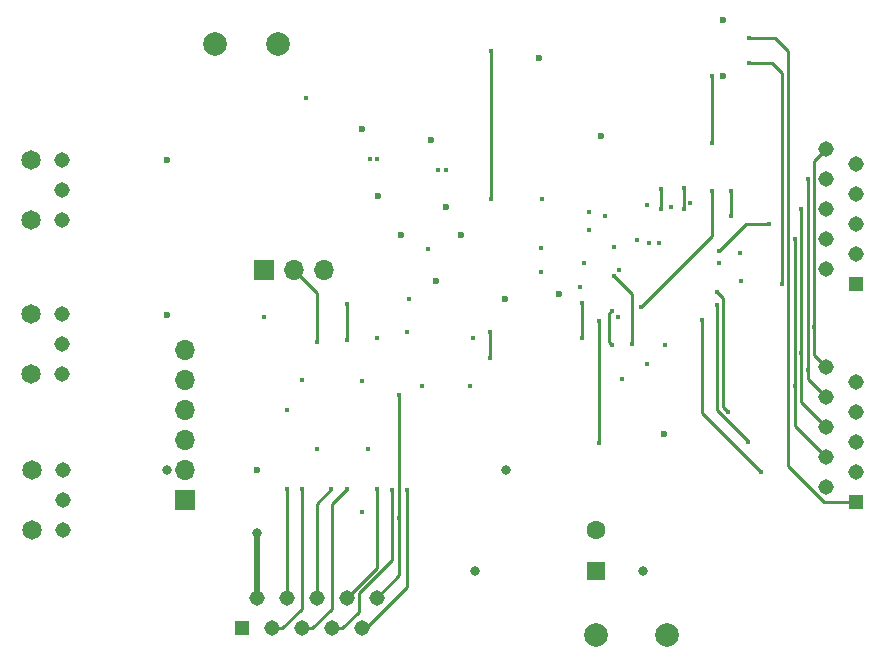
<source format=gbr>
G04 #@! TF.GenerationSoftware,KiCad,Pcbnew,(5.1.10-0-10_14)*
G04 #@! TF.CreationDate,2021-06-26T15:35:32+02:00*
G04 #@! TF.ProjectId,dac,6461632e-6b69-4636-9164-5f7063625858,rev?*
G04 #@! TF.SameCoordinates,Original*
G04 #@! TF.FileFunction,Copper,L2,Inr*
G04 #@! TF.FilePolarity,Positive*
%FSLAX46Y46*%
G04 Gerber Fmt 4.6, Leading zero omitted, Abs format (unit mm)*
G04 Created by KiCad (PCBNEW (5.1.10-0-10_14)) date 2021-06-26 15:35:32*
%MOMM*%
%LPD*%
G01*
G04 APERTURE LIST*
G04 #@! TA.AperFunction,ComponentPad*
%ADD10C,1.308000*%
G04 #@! TD*
G04 #@! TA.AperFunction,ComponentPad*
%ADD11C,1.650000*%
G04 #@! TD*
G04 #@! TA.AperFunction,ComponentPad*
%ADD12C,2.000000*%
G04 #@! TD*
G04 #@! TA.AperFunction,ComponentPad*
%ADD13R,1.308000X1.308000*%
G04 #@! TD*
G04 #@! TA.AperFunction,ComponentPad*
%ADD14O,1.700000X1.700000*%
G04 #@! TD*
G04 #@! TA.AperFunction,ComponentPad*
%ADD15R,1.700000X1.700000*%
G04 #@! TD*
G04 #@! TA.AperFunction,ComponentPad*
%ADD16C,1.600000*%
G04 #@! TD*
G04 #@! TA.AperFunction,ComponentPad*
%ADD17R,1.600000X1.600000*%
G04 #@! TD*
G04 #@! TA.AperFunction,ViaPad*
%ADD18C,0.450000*%
G04 #@! TD*
G04 #@! TA.AperFunction,ViaPad*
%ADD19C,0.600000*%
G04 #@! TD*
G04 #@! TA.AperFunction,ViaPad*
%ADD20C,0.800000*%
G04 #@! TD*
G04 #@! TA.AperFunction,Conductor*
%ADD21C,0.250000*%
G04 #@! TD*
G04 #@! TA.AperFunction,Conductor*
%ADD22C,0.500000*%
G04 #@! TD*
G04 APERTURE END LIST*
D10*
X115088500Y-96393000D03*
X115088500Y-98933000D03*
X115088500Y-101473000D03*
D11*
X112458500Y-101473000D03*
X112458500Y-96393000D03*
D10*
X115025000Y-83185000D03*
X115025000Y-85725000D03*
X115025000Y-88265000D03*
D11*
X112395000Y-88265000D03*
X112395000Y-83185000D03*
D10*
X115025000Y-70104000D03*
X115025000Y-72644000D03*
X115025000Y-75184000D03*
D11*
X112395000Y-75184000D03*
X112395000Y-70104000D03*
D12*
X127952500Y-60325000D03*
X133350000Y-60325000D03*
D13*
X130238500Y-109728000D03*
D10*
X131508500Y-107188000D03*
X132778500Y-109728000D03*
X134048500Y-107188000D03*
X135318500Y-109728000D03*
X136588500Y-107188000D03*
X137858500Y-109728000D03*
X139128500Y-107188000D03*
X140398500Y-109728000D03*
X141668500Y-107188000D03*
D13*
X182245000Y-99060000D03*
D10*
X179705000Y-97790000D03*
X182245000Y-96520000D03*
X179705000Y-95250000D03*
X182245000Y-93980000D03*
X179705000Y-92710000D03*
X182245000Y-91440000D03*
X179705000Y-90170000D03*
X182245000Y-88900000D03*
X179705000Y-87630000D03*
D13*
X182245000Y-80645000D03*
D10*
X179705000Y-79375000D03*
X182245000Y-78105000D03*
X179705000Y-76835000D03*
X182245000Y-75565000D03*
X179705000Y-74295000D03*
X182245000Y-73025000D03*
X179705000Y-71755000D03*
X182245000Y-70485000D03*
X179705000Y-69215000D03*
D14*
X137223500Y-79438500D03*
X134683500Y-79438500D03*
D15*
X132143500Y-79438500D03*
D12*
X166243000Y-110363000D03*
X160210500Y-110363000D03*
D16*
X160210500Y-101402000D03*
D17*
X160210500Y-104902000D03*
D14*
X125476000Y-86156800D03*
X125476000Y-88696800D03*
X125476000Y-91236800D03*
X125476000Y-93776800D03*
X125476000Y-96316800D03*
D15*
X125476000Y-98856800D03*
D18*
X165709600Y-72542400D03*
X165735000Y-74295000D03*
X164566600Y-87401400D03*
D19*
X170992800Y-58216800D03*
X141757400Y-73152000D03*
X147535900Y-74053700D03*
X157124400Y-81432400D03*
X146685000Y-80340200D03*
X131508500Y-96329500D03*
D18*
X166096000Y-85770400D03*
X172491400Y-80391000D03*
X162411400Y-88693000D03*
D19*
X155445800Y-61470200D03*
X160629600Y-68072000D03*
X170977600Y-63007200D03*
D18*
X132160000Y-83422500D03*
D19*
X152579000Y-81840000D03*
D18*
X140415000Y-99932500D03*
D20*
X131508500Y-101663500D03*
D19*
X140447000Y-67515500D03*
X146240500Y-68453000D03*
X143778001Y-76439999D03*
X148858001Y-76439999D03*
D20*
X152590500Y-96329500D03*
D18*
X155600400Y-79603600D03*
X159258000Y-78837000D03*
X155600400Y-77520800D03*
X161772225Y-77485808D03*
X135331200Y-88696800D03*
X134061200Y-91236800D03*
X158902400Y-80873600D03*
X144208500Y-84667000D03*
X151299000Y-84667000D03*
X151257000Y-86868000D03*
X178175999Y-71755000D03*
X178175999Y-87878999D03*
X141668500Y-85217000D03*
X159054800Y-82194400D03*
X149796499Y-85217001D03*
X159067500Y-85217000D03*
X177625999Y-74295000D03*
X177625999Y-86470501D03*
X162204400Y-79400400D03*
D19*
X165989000Y-93281500D03*
D18*
X167690800Y-74218800D03*
X167690800Y-72491600D03*
X163271200Y-85699600D03*
X161747200Y-79959200D03*
X161571002Y-82854800D03*
X161594800Y-85750400D03*
X160528000Y-83718400D03*
X140970000Y-94615000D03*
X160518001Y-94053499D03*
X178725999Y-84227501D03*
X172466000Y-77978000D03*
X170624500Y-77851000D03*
X174879000Y-75565000D03*
X170624500Y-78867000D03*
X171653200Y-72694800D03*
X160985200Y-74853800D03*
X171653200Y-74828400D03*
X169189400Y-83693000D03*
X174180500Y-96520000D03*
X170459400Y-82372200D03*
X173101000Y-93980000D03*
X170510200Y-81322199D03*
X171450000Y-91440000D03*
X170053000Y-62992000D03*
X170053000Y-68707000D03*
X173228000Y-61925200D03*
X175975998Y-80645000D03*
X162119800Y-83362800D03*
X170027600Y-72694800D03*
X164033200Y-82550000D03*
X173228000Y-59740800D03*
X139128500Y-97980500D03*
X137843498Y-97995502D03*
X139128500Y-85344000D03*
X139128500Y-82296000D03*
X135318500Y-97980500D03*
X134048500Y-97980500D03*
X141668500Y-97980500D03*
X144208500Y-98044000D03*
X143573500Y-89979500D03*
X143573500Y-100457000D03*
X142938500Y-98044000D03*
D20*
X149987000Y-104902000D03*
X164211000Y-104902000D03*
D19*
X123952000Y-70104000D03*
X123952000Y-83210400D03*
D20*
X123952000Y-96393000D03*
D18*
X136601200Y-94538800D03*
X149542500Y-89281000D03*
X177075999Y-76835000D03*
X177075999Y-89255499D03*
X136588500Y-85534500D03*
X140411200Y-88849200D03*
X145542000Y-89281000D03*
X166573200Y-74117200D03*
X147525377Y-70942158D03*
X141746826Y-70068312D03*
X168240800Y-73790771D03*
X159639000Y-76009500D03*
X164759261Y-77153338D03*
X159639000Y-74485500D03*
X163703000Y-76898500D03*
X164592000Y-73888600D03*
X155676600Y-73406000D03*
X151320500Y-73406000D03*
X151320500Y-60896500D03*
X165608000Y-77152500D03*
X145986500Y-77660500D03*
X135699500Y-64897000D03*
X141097000Y-70053200D03*
X146875500Y-70954900D03*
X144398044Y-81914740D03*
D21*
X165735000Y-72567800D02*
X165709600Y-72542400D01*
X165735000Y-74295000D02*
X165735000Y-72567800D01*
D22*
X131508500Y-107188000D02*
X131508500Y-101663500D01*
D21*
X151299000Y-86826000D02*
X151257000Y-86868000D01*
X151299000Y-84667000D02*
X151299000Y-86826000D01*
X178175999Y-88640999D02*
X179705000Y-90170000D01*
X178175999Y-87878999D02*
X178175999Y-88640999D01*
X178175999Y-71755000D02*
X178175999Y-87878999D01*
X159067500Y-82207100D02*
X159054800Y-82194400D01*
X159067500Y-85217000D02*
X159067500Y-82207100D01*
X179705000Y-92710000D02*
X177625999Y-90630999D01*
X177625999Y-86470501D02*
X177625999Y-74295000D01*
X177625999Y-90630999D02*
X177625999Y-86470501D01*
X167690800Y-74218800D02*
X167690800Y-72491600D01*
X163271200Y-81483200D02*
X161747200Y-79959200D01*
X163271200Y-85699600D02*
X163271200Y-81483200D01*
X161346003Y-85501603D02*
X161594800Y-85750400D01*
X161346003Y-83079799D02*
X161346003Y-85501603D01*
X161571002Y-82854800D02*
X161346003Y-83079799D01*
X160528000Y-94043500D02*
X160518001Y-94053499D01*
X160528000Y-83718400D02*
X160528000Y-94043500D01*
X178725999Y-70194001D02*
X179705000Y-69215000D01*
X179705000Y-87630000D02*
X178725999Y-86650999D01*
X178725999Y-84227501D02*
X178725999Y-70194001D01*
X178725999Y-86650999D02*
X178725999Y-84227501D01*
X172910500Y-75565000D02*
X174879000Y-75565000D01*
X170624500Y-77851000D02*
X172910500Y-75565000D01*
X171653200Y-74828400D02*
X171653200Y-72694800D01*
X169189400Y-91528900D02*
X174180500Y-96520000D01*
X169189400Y-83693000D02*
X169189400Y-91528900D01*
X173101000Y-93905002D02*
X173101000Y-93980000D01*
X170459400Y-91263402D02*
X173101000Y-93905002D01*
X170459400Y-82372200D02*
X170459400Y-91263402D01*
X171009401Y-90999401D02*
X171450000Y-91440000D01*
X171009401Y-81821400D02*
X171009401Y-90999401D01*
X170510200Y-81322199D02*
X171009401Y-81821400D01*
X170053000Y-62992000D02*
X170053000Y-68707000D01*
X175975998Y-80500502D02*
X175958500Y-80483004D01*
X175975998Y-80645000D02*
X175975998Y-80500502D01*
X175958500Y-80483004D02*
X175958500Y-62738000D01*
X175145700Y-61925200D02*
X173228000Y-61925200D01*
X175958500Y-62738000D02*
X175145700Y-61925200D01*
X170027600Y-76555600D02*
X164033200Y-82550000D01*
X170027600Y-72694800D02*
X170027600Y-76555600D01*
X176525998Y-96059920D02*
X176525998Y-60900502D01*
X179526078Y-99060000D02*
X176525998Y-96059920D01*
X182245000Y-99060000D02*
X179526078Y-99060000D01*
X175366296Y-59740800D02*
X173228000Y-59740800D01*
X176525998Y-60900502D02*
X175366296Y-59740800D01*
X136243395Y-109728000D02*
X137858500Y-108112895D01*
X135318500Y-109728000D02*
X136243395Y-109728000D01*
X137858500Y-99250500D02*
X139128500Y-97980500D01*
X137858500Y-108112895D02*
X137858500Y-99250500D01*
X136588500Y-99250500D02*
X136588500Y-107188000D01*
X137843498Y-97995502D02*
X136588500Y-99250500D01*
X139128500Y-85344000D02*
X139128500Y-82296000D01*
X135318500Y-108112895D02*
X135318500Y-97980500D01*
X133703395Y-109728000D02*
X135318500Y-108112895D01*
X132778500Y-109728000D02*
X133703395Y-109728000D01*
X134048500Y-97980500D02*
X134048500Y-107188000D01*
X141668500Y-104648000D02*
X141668500Y-97980500D01*
X139128500Y-107188000D02*
X141668500Y-104648000D01*
X144208500Y-106256998D02*
X144208500Y-98044000D01*
X140737498Y-109728000D02*
X144208500Y-106256998D01*
X140398500Y-109728000D02*
X140737498Y-109728000D01*
X143573500Y-89979500D02*
X143573500Y-100457000D01*
X141668500Y-107188000D02*
X143573500Y-105283000D01*
X143573500Y-104394000D02*
X143573500Y-100457000D01*
X143573500Y-105283000D02*
X143573500Y-104394000D01*
X140144500Y-106808410D02*
X142938500Y-104014410D01*
X140144500Y-108366895D02*
X140144500Y-106808410D01*
X142938500Y-104014410D02*
X142938500Y-98044000D01*
X138783395Y-109728000D02*
X140144500Y-108366895D01*
X137858500Y-109728000D02*
X138783395Y-109728000D01*
X177075999Y-77153198D02*
X177075999Y-76835000D01*
X179705000Y-95250000D02*
X177075998Y-92620998D01*
X177075999Y-89255499D02*
X177075999Y-77153198D01*
X177075998Y-92620998D02*
X177075999Y-89255499D01*
X136588500Y-81343500D02*
X134683500Y-79438500D01*
X136588500Y-85534500D02*
X136588500Y-81343500D01*
X151320500Y-73406000D02*
X151320500Y-63754000D01*
X151320500Y-63754000D02*
X151320500Y-60896500D01*
M02*

</source>
